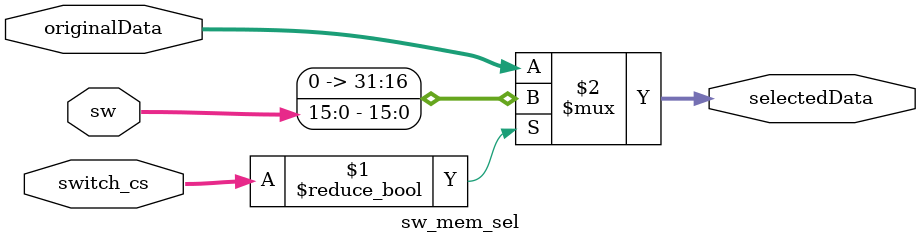
<source format=v>
module sw_mem_sel(
    input [31:0] switch_cs,
    input [15:0] sw,
    input [31:0] originalData,
    output [31:0] selectedData
);

    assign selectedData = (switch_cs) ? {16'b0, sw[15:0]} : originalData;
endmodule
</source>
